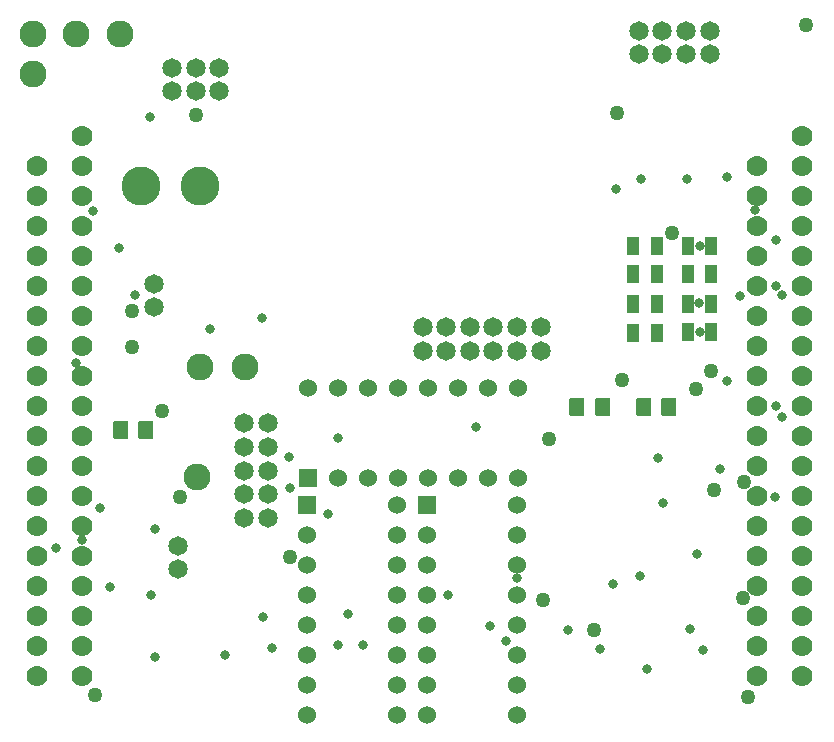
<source format=gbr>
G04 PROTEUS GERBER X2 FILE*
%TF.GenerationSoftware,Labcenter,Proteus,8.12-SP0-Build30713*%
%TF.CreationDate,2021-08-02T22:04:32+00:00*%
%TF.FileFunction,Soldermask,Bot*%
%TF.FilePolarity,Negative*%
%TF.Part,Single*%
%TF.SameCoordinates,{7b106f40-0859-4ec3-be3a-1bfa3638fa75}*%
%FSLAX45Y45*%
%MOMM*%
G01*
%TA.AperFunction,Material*%
%ADD36C,0.812800*%
%ADD37C,1.270000*%
%TA.AperFunction,Material*%
%ADD39C,1.778000*%
%AMPPAD034*
4,1,36,
0.762000,0.635000,
0.762000,-0.635000,
0.759470,-0.660970,
0.752200,-0.684980,
0.740650,-0.706580,
0.725290,-0.725290,
0.706570,-0.740650,
0.684980,-0.752200,
0.660970,-0.759470,
0.635000,-0.762000,
-0.635000,-0.762000,
-0.660970,-0.759470,
-0.684980,-0.752200,
-0.706570,-0.740650,
-0.725290,-0.725290,
-0.740650,-0.706580,
-0.752200,-0.684980,
-0.759470,-0.660970,
-0.762000,-0.635000,
-0.762000,0.635000,
-0.759470,0.660970,
-0.752200,0.684980,
-0.740650,0.706580,
-0.725290,0.725290,
-0.706570,0.740650,
-0.684980,0.752200,
-0.660970,0.759470,
-0.635000,0.762000,
0.635000,0.762000,
0.660970,0.759470,
0.684980,0.752200,
0.706570,0.740650,
0.725290,0.725290,
0.740650,0.706580,
0.752200,0.684980,
0.759470,0.660970,
0.762000,0.635000,
0*%
%TA.AperFunction,Material*%
%ADD40PPAD034*%
%ADD41C,1.524000*%
%AMPPAD052*
4,1,4,
-0.469900,-0.723900,
0.469900,-0.723900,
0.469900,0.723900,
-0.469900,0.723900,
-0.469900,-0.723900,
0*%
%TA.AperFunction,Material*%
%ADD58PPAD052*%
%TA.AperFunction,Material*%
%ADD47C,1.651000*%
%AMPPAD043*
4,1,36,
-0.635000,0.762000,
0.635000,0.762000,
0.660970,0.759470,
0.684980,0.752200,
0.706580,0.740650,
0.725290,0.725290,
0.740650,0.706570,
0.752200,0.684980,
0.759470,0.660970,
0.762000,0.635000,
0.762000,-0.635000,
0.759470,-0.660970,
0.752200,-0.684980,
0.740650,-0.706570,
0.725290,-0.725290,
0.706580,-0.740650,
0.684980,-0.752200,
0.660970,-0.759470,
0.635000,-0.762000,
-0.635000,-0.762000,
-0.660970,-0.759470,
-0.684980,-0.752200,
-0.706580,-0.740650,
-0.725290,-0.725290,
-0.740650,-0.706570,
-0.752200,-0.684980,
-0.759470,-0.660970,
-0.762000,-0.635000,
-0.762000,0.635000,
-0.759470,0.660970,
-0.752200,0.684980,
-0.740650,0.706570,
-0.725290,0.725290,
-0.706580,0.740650,
-0.684980,0.752200,
-0.660970,0.759470,
-0.635000,0.762000,
0*%
%TA.AperFunction,Material*%
%ADD49PPAD043*%
%TA.AperFunction,Material*%
%ADD50C,3.302000*%
%AMPPAD053*
4,1,36,
0.508000,0.762000,
-0.508000,0.762000,
-0.533970,0.759470,
-0.557980,0.752200,
-0.579580,0.740650,
-0.598290,0.725290,
-0.613650,0.706570,
-0.625200,0.684980,
-0.632470,0.660970,
-0.635000,0.635000,
-0.635000,-0.635000,
-0.632470,-0.660970,
-0.625200,-0.684980,
-0.613650,-0.706570,
-0.598290,-0.725290,
-0.579580,-0.740650,
-0.557980,-0.752200,
-0.533970,-0.759470,
-0.508000,-0.762000,
0.508000,-0.762000,
0.533970,-0.759470,
0.557980,-0.752200,
0.579580,-0.740650,
0.598290,-0.725290,
0.613650,-0.706570,
0.625200,-0.684980,
0.632470,-0.660970,
0.635000,-0.635000,
0.635000,0.635000,
0.632470,0.660970,
0.625200,0.684980,
0.613650,0.706570,
0.598290,0.725290,
0.579580,0.740650,
0.557980,0.752200,
0.533970,0.759470,
0.508000,0.762000,
0*%
%ADD59PPAD053*%
%TA.AperFunction,Material*%
%ADD55C,2.286000*%
%TD.AperFunction*%
D36*
X+3975000Y+2410000D03*
X+2248473Y+538991D03*
X+5030000Y+535000D03*
X+640000Y+1454682D03*
X+6045000Y+2060000D03*
X+5873646Y+3218160D03*
X+5863063Y+3466868D03*
X+6568019Y+3528460D03*
X+6568019Y+2497373D03*
X+6343584Y+4253300D03*
X+6519308Y+3998418D03*
X+6515000Y+3605000D03*
X+6514740Y+2589969D03*
X+6511320Y+1823177D03*
D37*
X+5967810Y+2889306D03*
D36*
X+1261942Y+1551886D03*
X+5760000Y+4515000D03*
X+5375000Y+4515000D03*
X+6105000Y+2800000D03*
X+1220000Y+5040000D03*
X+797004Y+1724754D03*
X+425000Y+1393278D03*
X+2893587Y+828904D03*
D37*
X+2406671Y+1313311D03*
D36*
X+4097083Y+730914D03*
X+3019851Y+568384D03*
X+2808185Y+566686D03*
X+2721250Y+1679634D03*
X+2400000Y+1900000D03*
D37*
X+6775000Y+5815000D03*
D36*
X+5870081Y+3946698D03*
X+6213656Y+3520168D03*
D37*
X+5839545Y+2738637D03*
X+4594367Y+2308458D03*
D36*
X+5562705Y+1772965D03*
X+5515000Y+2155000D03*
X+5852655Y+1342166D03*
X+3743848Y+995800D03*
X+4233969Y+605861D03*
X+5900000Y+525000D03*
X+5792917Y+700000D03*
X+5362947Y+1150658D03*
X+4326529Y+1136449D03*
X+5137455Y+1088483D03*
X+4756869Y+699624D03*
D37*
X+6280000Y+125000D03*
X+750087Y+142651D03*
D36*
X+875000Y+1056168D03*
X+1227746Y+989777D03*
X+2170612Y+808466D03*
D37*
X+1475494Y+1818235D03*
X+1315000Y+2550000D03*
D36*
X+736976Y+4245973D03*
X+956482Y+3932392D03*
X+1088666Y+3533666D03*
X+1850264Y+483591D03*
X+1260000Y+465000D03*
D37*
X+5993993Y+1877360D03*
X+6244015Y+1952651D03*
X+5170000Y+5070000D03*
D36*
X+6103527Y+4531143D03*
X+5423540Y+361688D03*
D37*
X+5210530Y+2814148D03*
X+6240000Y+970000D03*
X+4979473Y+693780D03*
D36*
X+5165305Y+4431240D03*
X+2163488Y+3339232D03*
X+595000Y+2960000D03*
X+2394949Y+2162980D03*
X+1725000Y+3245000D03*
X+2810000Y+2320000D03*
D37*
X+1605114Y+5058055D03*
X+1063678Y+3090396D03*
X+1067828Y+3393660D03*
X+4547116Y+952889D03*
X+5633621Y+4060070D03*
D39*
X+6737000Y+4880000D03*
X+6356000Y+4626000D03*
X+6737000Y+4626000D03*
X+6356000Y+4372000D03*
X+6737000Y+4372000D03*
X+6356000Y+4118000D03*
X+6737000Y+4118000D03*
X+6356000Y+3864000D03*
X+6737000Y+3864000D03*
X+6356000Y+3610000D03*
X+6737000Y+3610000D03*
X+6356000Y+3356000D03*
X+6737000Y+3356000D03*
X+6356000Y+3102000D03*
X+6737000Y+3102000D03*
X+6356000Y+2848000D03*
X+6737000Y+2848000D03*
X+6356000Y+2594000D03*
X+6737000Y+2594000D03*
X+6356000Y+2340000D03*
X+6737000Y+2340000D03*
X+6356000Y+2086000D03*
X+6737000Y+2086000D03*
X+6356000Y+1832000D03*
X+6737000Y+1832000D03*
X+6356000Y+1578000D03*
X+6737000Y+1578000D03*
X+6356000Y+1324000D03*
X+6737000Y+1324000D03*
X+6356000Y+1070000D03*
X+6737000Y+1070000D03*
X+6356000Y+816000D03*
X+6737000Y+816000D03*
X+6356000Y+562000D03*
X+6737000Y+562000D03*
X+6356000Y+308000D03*
X+6737000Y+308000D03*
D40*
X+2547768Y+1750944D03*
D41*
X+2547768Y+1496944D03*
X+2547768Y+1242944D03*
X+2547768Y+988944D03*
X+2547768Y+734944D03*
X+2547768Y+480944D03*
X+2547768Y+226944D03*
X+2547768Y-27056D03*
X+3309768Y-27056D03*
X+3309768Y+226944D03*
X+3309768Y+480944D03*
X+3309768Y+734944D03*
X+3309768Y+988944D03*
X+3309768Y+1242944D03*
X+3309768Y+1496944D03*
X+3309768Y+1750944D03*
D40*
X+3559768Y+1750944D03*
D41*
X+3559768Y+1496944D03*
X+3559768Y+1242944D03*
X+3559768Y+988944D03*
X+3559768Y+734944D03*
X+3559768Y+480944D03*
X+3559768Y+226944D03*
X+3559768Y-27056D03*
X+4321768Y-27056D03*
X+4321768Y+226944D03*
X+4321768Y+480944D03*
X+4321768Y+734944D03*
X+4321768Y+988944D03*
X+4321768Y+1242944D03*
X+4321768Y+1496944D03*
X+4321768Y+1750944D03*
D58*
X+5310000Y+3456327D03*
X+5510000Y+3456327D03*
X+5310000Y+3211327D03*
X+5510000Y+3211327D03*
X+5310000Y+3946327D03*
X+5510000Y+3946327D03*
X+5310000Y+3706327D03*
X+5510000Y+3706327D03*
X+5770000Y+3946327D03*
X+5970000Y+3946327D03*
X+5770000Y+3711327D03*
X+5970000Y+3711327D03*
X+5770000Y+3456327D03*
X+5970000Y+3456327D03*
X+5770000Y+3216327D03*
X+5970000Y+3216327D03*
D47*
X+1405000Y+5255000D03*
X+1405000Y+5455000D03*
X+1605000Y+5255000D03*
X+1605000Y+5455000D03*
X+1805000Y+5255000D03*
X+1805000Y+5455000D03*
D49*
X+2555768Y+1984944D03*
D41*
X+2809768Y+1984944D03*
X+3063768Y+1984944D03*
X+3317768Y+1984944D03*
X+3571768Y+1984944D03*
X+3825768Y+1984944D03*
X+4079768Y+1984944D03*
X+4333768Y+1984944D03*
X+4333768Y+2746944D03*
X+4079768Y+2746944D03*
X+3825768Y+2746944D03*
X+3571768Y+2746944D03*
X+3317768Y+2746944D03*
X+3063768Y+2746944D03*
X+2809768Y+2746944D03*
X+2555768Y+2746944D03*
D50*
X+1139620Y+4455000D03*
X+1640000Y+4455000D03*
D59*
X+5050000Y+2580000D03*
X+4836640Y+2580000D03*
X+5613360Y+2580000D03*
X+5400000Y+2580000D03*
X+1183360Y+2390000D03*
X+970000Y+2390000D03*
D47*
X+1249056Y+3629056D03*
X+1249056Y+3429056D03*
D39*
X+641000Y+4876000D03*
X+260000Y+4622000D03*
X+641000Y+4622000D03*
X+260000Y+4368000D03*
X+641000Y+4368000D03*
X+260000Y+4114000D03*
X+641000Y+4114000D03*
X+260000Y+3860000D03*
X+641000Y+3860000D03*
X+260000Y+3606000D03*
X+641000Y+3606000D03*
X+260000Y+3352000D03*
X+641000Y+3352000D03*
X+260000Y+3098000D03*
X+641000Y+3098000D03*
X+260000Y+2844000D03*
X+641000Y+2844000D03*
X+260000Y+2590000D03*
X+641000Y+2590000D03*
X+260000Y+2336000D03*
X+641000Y+2336000D03*
X+260000Y+2082000D03*
X+641000Y+2082000D03*
X+260000Y+1828000D03*
X+641000Y+1828000D03*
X+260000Y+1574000D03*
X+641000Y+1574000D03*
X+260000Y+1320000D03*
X+641000Y+1320000D03*
X+260000Y+1066000D03*
X+641000Y+1066000D03*
X+260000Y+812000D03*
X+641000Y+812000D03*
X+260000Y+558000D03*
X+641000Y+558000D03*
X+260000Y+304000D03*
X+641000Y+304000D03*
D47*
X+1455000Y+1210000D03*
X+1455000Y+1410000D03*
D55*
X+1615000Y+1990000D03*
X+230000Y+5405000D03*
D47*
X+5355000Y+5570000D03*
X+5355000Y+5770000D03*
X+5555000Y+5570000D03*
X+5555000Y+5770000D03*
X+5755000Y+5570000D03*
X+5755000Y+5770000D03*
X+5955000Y+5570000D03*
X+5955000Y+5770000D03*
X+2015000Y+2445000D03*
X+2215000Y+2445000D03*
X+2015000Y+2245000D03*
X+2215000Y+2245000D03*
X+2015000Y+2045000D03*
X+2215000Y+2045000D03*
X+2015000Y+1845000D03*
X+2215000Y+1845000D03*
X+2015000Y+1645000D03*
X+2215000Y+1645000D03*
D55*
X+230000Y+5740000D03*
X+595000Y+5740000D03*
X+960000Y+5740000D03*
D47*
X+3525000Y+3060000D03*
X+3525000Y+3260000D03*
X+3725000Y+3060000D03*
X+3725000Y+3260000D03*
X+3925000Y+3060000D03*
X+3925000Y+3260000D03*
X+4125000Y+3060000D03*
X+4125000Y+3260000D03*
X+4325000Y+3060000D03*
X+4325000Y+3260000D03*
X+4525000Y+3060000D03*
X+4525000Y+3260000D03*
D55*
X+1645000Y+2925000D03*
X+2020000Y+2925000D03*
M02*

</source>
